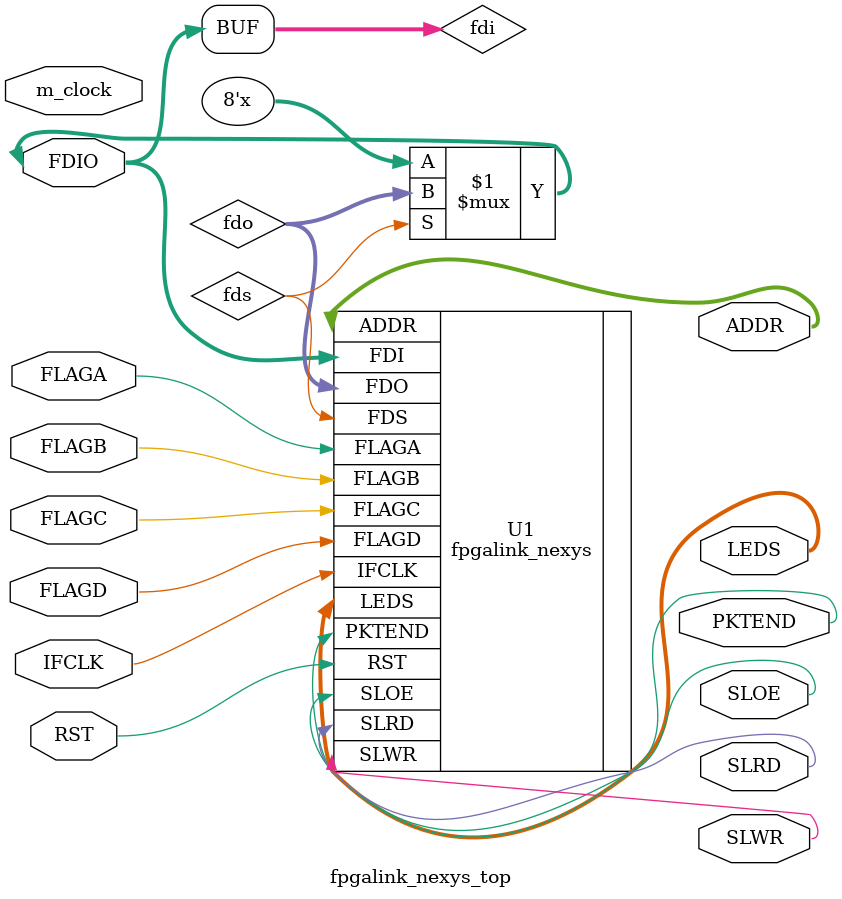
<source format=v>


/**
 * small wrapper for the MyHDL module
 */

module fpgalink_nexys_top
(
 input  wire  m_clock,
 input  wire  IFCLK,
 input  wire  RST,
 output wire  SLWR,
 output wire  SLRD,
 output wire  SLOE,
 inout  wire [7:0] FDIO,
 output wire [1:0] ADDR,
 input  wire FLAGA,
 input  wire FLAGB,
 input  wire FLAGC,
 input  wire FLAGD,
 output wire PKTEND,
 output wire [7:0] LEDS
);

   wire [7:0] fdi, fdo;
   wire       fds;
   assign fdi = FDIO;
   assign FDIO = (fds) ? fdo : 8'bz;

   fpgalink_nexys
     U1
       (
	.IFCLK(IFCLK),
	.RST(RST),
	.SLWR(SLWR),
	.SLRD(SLRD),
	.SLOE(SLOE),
	.FDI(fdi),
	.FDO(fdo),
	.FDS(fds),
	.ADDR(ADDR),
	.FLAGA(FLAGA),
	.FLAGB(FLAGB),
	.FLAGC(FLAGC),
	.FLAGD(FLAGD),
	.PKTEND(PKTEND),
	.LEDS(LEDS) );  		   

endmodule
   
</source>
